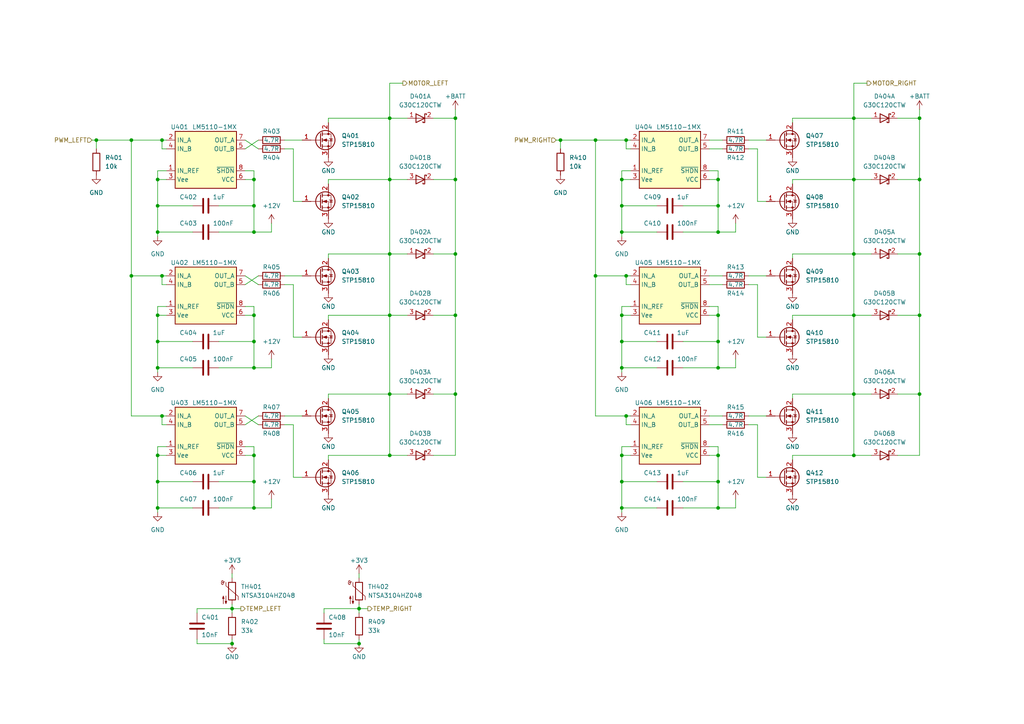
<source format=kicad_sch>
(kicad_sch (version 20210621) (generator eeschema)
  (paper "A4")
  (lib_symbols
    (symbol "Device:C" (pin_numbers hide) (pin_names (offset 0.254))
      (property "Reference" "C" (at 0.635 2.54 0))
      (property "Value" "C" (at 0.635 -2.54 0))
      (symbol "C_0_1"
        (polyline (pts (xy -2.032 -0.762) (xy 2.032 -0.762)) (stroke (width 0.508)))
        (polyline (pts (xy -2.032 0.762) (xy 2.032 0.762)) (stroke (width 0.508)))
      )
      (symbol "C_1_1"
        (pin passive line (at 0 3.81 270) (length 2.794) (name "~") (number "1"))
        (pin passive line (at 0 -3.81 90) (length 2.794) (name "~") (number "2"))
      )
    )
    (symbol "Device:R" (pin_numbers hide) (pin_names (offset 0))
      (property "Reference" "R" (at 2.032 0 90))
      (property "Value" "R" (at 0 0 90))
      (symbol "R_0_1"
        (rectangle (start -1.016 -2.54) (end 1.016 2.54) (stroke (width 0.254)))
      )
      (symbol "R_1_1"
        (pin passive line (at 0 3.81 270) (length 1.27) (name "~") (number "1"))
        (pin passive line (at 0 -3.81 90) (length 1.27) (name "~") (number "2"))
      )
    )
    (symbol "Device:Thermistor_NTC" (pin_numbers hide) (pin_names (offset 0))
      (property "Reference" "TH" (at -4.445 0 90))
      (property "Value" "Thermistor_NTC" (at 3.175 0 90))
      (symbol "Thermistor_NTC_0_1"
        (arc (start -3.048 2.159) (end -3.175 2.413) (radius (at -3.2004 2.2352) (length 0.1778) (angles -26.5 81.8)))
        (arc (start -3.048 2.159) (end -2.794 1.905) (radius (at -2.794 2.159) (length 0.254) (angles 180 -90)))
        (arc (start -2.794 1.905) (end -2.54 2.159) (radius (at -2.794 2.159) (length 0.254) (angles -90 0)))
        (arc (start -2.54 2.794) (end -2.794 3.048) (radius (at -2.794 2.794) (length 0.254) (angles 0 90)))
        (arc (start -2.794 3.048) (end -3.048 2.794) (radius (at -2.794 2.794) (length 0.254) (angles 90 180)))
        (arc (start -3.048 2.794) (end -2.794 2.54) (radius (at -2.794 2.794) (length 0.254) (angles 180 -90)))
        (arc (start -2.794 2.54) (end -2.159 2.794) (radius (at -2.6416 3.0226) (length 0.508) (angles -107.5 -25.3)))
        (rectangle (start -1.016 2.54) (end 1.016 -2.54) (stroke (width 0.254)))
        (polyline (pts (xy -2.54 2.159) (xy -2.54 2.794)))
        (polyline (pts (xy -1.778 2.54) (xy -1.778 1.524) (xy 1.778 -1.524) (xy 1.778 -2.54)))
        (polyline (pts (xy -2.54 -3.683) (xy -2.54 -1.397) (xy -2.794 -2.159) (xy -2.286 -2.159) (xy -2.54 -1.397) (xy -2.54 -1.651)) (fill (type outline)))
        (polyline (pts (xy -1.778 -1.397) (xy -1.778 -3.683) (xy -2.032 -2.921) (xy -1.524 -2.921) (xy -1.778 -3.683) (xy -1.778 -3.429)) (fill (type outline)))
      )
      (symbol "Thermistor_NTC_1_1"
        (pin passive line (at 0 3.81 270) (length 1.27) (name "~") (number "1"))
        (pin passive line (at 0 -3.81 90) (length 1.27) (name "~") (number "2"))
      )
    )
    (symbol "GozLib:G30C120CTW" (pin_names (offset 0.762) hide)
      (property "Reference" "D" (at 0 2.54 0))
      (property "Value" "G30C120CTW" (at 0 -2.54 0))
      (symbol "G30C120CTW_0_1"
        (polyline (pts (xy -1.27 1.27) (xy 1.27 0) (xy -1.27 -1.27) (xy -1.27 1.27) (xy -1.27 1.27) (xy -1.27 1.27)) (stroke (width 0.254)))
        (polyline (pts (xy 1.778 1.016) (xy 1.778 1.27) (xy 1.27 1.27) (xy 1.27 -1.27) (xy 0.762 -1.27) (xy 0.762 -1.016)) (stroke (width 0.254)))
      )
      (symbol "G30C120CTW_1_1"
        (polyline (pts (xy 1.27 0) (xy -1.27 0)))
        (pin passive line (at -3.81 0 0) (length 2.54) (name "A") (number "1"))
        (pin passive line (at 3.81 0 180) (length 2.54) (name "K") (number "2"))
      )
      (symbol "G30C120CTW_2_0"
        (polyline (pts (xy 1.27 0) (xy -1.27 0)))
      )
      (symbol "G30C120CTW_2_1"
        (pin passive line (at 3.81 0 180) (length 2.54) (name "K") (number "2"))
        (pin passive line (at -3.81 0 0) (length 2.54) (name "K") (number "3"))
      )
    )
    (symbol "GozLib:LM5110-1MX"
      (property "Reference" "U" (at -10.16 10.16 0))
      (property "Value" "LM5110-1MX" (at 2.54 10.16 0))
      (symbol "LM5110-1MX_0_1"
        (rectangle (start -8.89 8.89) (end 8.89 -7.62) (stroke (width 0.254)) (fill (type background)))
      )
      (symbol "LM5110-1MX_1_1"
        (pin power_in line (at -11.43 -2.54 0) (length 2.54) (name "IN_REF") (number "1"))
        (pin input line (at -11.43 6.35 0) (length 2.54) (name "IN_A") (number "2"))
        (pin input line (at -11.43 -5.08 0) (length 2.54) (name "Vee") (number "3"))
        (pin input line (at -11.43 3.81 0) (length 2.54) (name "IN_B") (number "4"))
        (pin output line (at 11.43 3.81 180) (length 2.54) (name "OUT_B") (number "5"))
        (pin power_in line (at 11.43 -5.08 180) (length 2.54) (name "VCC") (number "6"))
        (pin output line (at 11.43 6.35 180) (length 2.54) (name "OUT_A") (number "7"))
        (pin input line (at 11.43 -2.54 180) (length 2.54) (name "~{SHDN}") (number "8"))
      )
    )
    (symbol "GozLib:STP15810" (pin_names hide)
      (property "Reference" "Q" (at 6.35 1.905 0))
      (property "Value" "STP15810" (at 6.35 0 0))
      (symbol "STP15810_0_1"
        (circle (center 1.651 0) (radius 2.794) (stroke (width 0.254)))
        (circle (center 2.54 -1.778) (radius 0.254) (fill (type outline)))
        (circle (center 2.54 1.778) (radius 0.254) (fill (type outline)))
        (polyline (pts (xy 0.254 0) (xy -2.54 0)))
        (polyline (pts (xy 0.254 1.905) (xy 0.254 -1.905)) (stroke (width 0.254)))
        (polyline (pts (xy 0.762 -1.27) (xy 0.762 -2.286)) (stroke (width 0.254)))
        (polyline (pts (xy 0.762 0.508) (xy 0.762 -0.508)) (stroke (width 0.254)))
        (polyline (pts (xy 0.762 2.286) (xy 0.762 1.27)) (stroke (width 0.254)))
        (polyline (pts (xy 2.54 2.54) (xy 2.54 1.778)))
        (polyline (pts (xy 2.54 -2.54) (xy 2.54 0) (xy 0.762 0)))
        (polyline (pts (xy 0.762 -1.778) (xy 3.302 -1.778) (xy 3.302 1.778) (xy 0.762 1.778)))
        (polyline (pts (xy 2.794 0.508) (xy 2.921 0.381) (xy 3.683 0.381) (xy 3.81 0.254)))
        (polyline (pts (xy 3.302 0.381) (xy 2.921 -0.254) (xy 3.683 -0.254) (xy 3.302 0.381)))
        (polyline (pts (xy 1.016 0) (xy 2.032 0.381) (xy 2.032 -0.381) (xy 1.016 0)) (fill (type outline)))
      )
      (symbol "STP15810_1_1"
        (pin input line (at -5.08 0 0) (length 2.54) (name "G") (number "1"))
        (pin passive line (at 2.54 5.08 270) (length 2.54) (name "D") (number "2"))
        (pin passive line (at 2.54 -5.08 90) (length 2.54) (name "S") (number "3"))
      )
    )
    (symbol "power:+12V" (power) (pin_names (offset 0))
      (property "Value" "+12V" (at 0 3.556 0))
      (symbol "+12V_0_1"
        (polyline (pts (xy -0.762 1.27) (xy 0 2.54)))
        (polyline (pts (xy 0 0) (xy 0 2.54)))
        (polyline (pts (xy 0 2.54) (xy 0.762 1.27)))
      )
      (symbol "+12V_1_1"
        (pin power_in line (at 0 0 90) (length 0) hide (name "+12V") (number "1"))
      )
    )
    (symbol "power:+3V3" (power) (pin_names (offset 0))
      (property "Value" "+3V3" (at 0 3.556 0))
      (symbol "+3V3_0_1"
        (polyline (pts (xy -0.762 1.27) (xy 0 2.54)))
        (polyline (pts (xy 0 0) (xy 0 2.54)))
        (polyline (pts (xy 0 2.54) (xy 0.762 1.27)))
      )
      (symbol "+3V3_1_1"
        (pin power_in line (at 0 0 90) (length 0) hide (name "+3V3") (number "1"))
      )
    )
    (symbol "power:+BATT" (power) (pin_names (offset 0))
      (property "Value" "+BATT" (at 0 3.556 0))
      (symbol "+BATT_0_1"
        (polyline (pts (xy -0.762 1.27) (xy 0 2.54)))
        (polyline (pts (xy 0 0) (xy 0 2.54)))
        (polyline (pts (xy 0 2.54) (xy 0.762 1.27)))
      )
      (symbol "+BATT_1_1"
        (pin power_in line (at 0 0 90) (length 0) hide (name "+BATT") (number "1"))
      )
    )
    (symbol "power:GND" (power) (pin_names (offset 0))
      (property "Value" "GND" (at 0 -3.81 0))
      (symbol "GND_0_1"
        (polyline (pts (xy 0 0) (xy 0 -1.27) (xy 1.27 -1.27) (xy 0 -2.54) (xy -1.27 -1.27) (xy 0 -1.27)))
      )
      (symbol "GND_1_1"
        (pin power_in line (at 0 0 270) (length 0) hide (name "GND") (number "1"))
      )
    )
  )
  (junction (at 27.94 40.64) (diameter 0.9144))
  (junction (at 38.1 40.64) (diameter 0.9144))
  (junction (at 38.1 80.01) (diameter 0.9144))
  (junction (at 45.72 52.07) (diameter 0.9144))
  (junction (at 45.72 59.69) (diameter 0.9144))
  (junction (at 45.72 67.31) (diameter 0.9144))
  (junction (at 45.72 91.44) (diameter 0.9144))
  (junction (at 45.72 99.06) (diameter 0.9144))
  (junction (at 45.72 106.68) (diameter 0.9144))
  (junction (at 45.72 132.08) (diameter 0.9144))
  (junction (at 45.72 139.7) (diameter 0.9144))
  (junction (at 45.72 147.32) (diameter 0.9144))
  (junction (at 46.99 40.64) (diameter 0.9144))
  (junction (at 46.99 80.01) (diameter 0.9144))
  (junction (at 46.99 120.65) (diameter 0.9144))
  (junction (at 67.31 176.53) (diameter 0.9144))
  (junction (at 67.31 186.69) (diameter 0.9144))
  (junction (at 73.66 52.07) (diameter 0.9144))
  (junction (at 73.66 59.69) (diameter 0.9144))
  (junction (at 73.66 67.31) (diameter 0.9144))
  (junction (at 73.66 91.44) (diameter 0.9144))
  (junction (at 73.66 99.06) (diameter 0.9144))
  (junction (at 73.66 106.68) (diameter 0.9144))
  (junction (at 73.66 132.08) (diameter 0.9144))
  (junction (at 73.66 139.7) (diameter 0.9144))
  (junction (at 73.66 147.32) (diameter 0.9144))
  (junction (at 104.14 176.53) (diameter 0.9144))
  (junction (at 104.14 186.69) (diameter 0.9144))
  (junction (at 113.03 34.29) (diameter 0.9144))
  (junction (at 113.03 52.07) (diameter 0.9144))
  (junction (at 113.03 73.66) (diameter 0.9144))
  (junction (at 113.03 91.44) (diameter 0.9144))
  (junction (at 113.03 114.3) (diameter 0.9144))
  (junction (at 113.03 132.08) (diameter 0.9144))
  (junction (at 132.08 34.29) (diameter 0.9144))
  (junction (at 132.08 52.07) (diameter 0.9144))
  (junction (at 132.08 73.66) (diameter 0.9144))
  (junction (at 132.08 91.44) (diameter 0.9144))
  (junction (at 132.08 114.3) (diameter 0.9144))
  (junction (at 162.56 40.64) (diameter 0.9144))
  (junction (at 172.72 40.64) (diameter 0.9144))
  (junction (at 172.72 80.01) (diameter 0.9144))
  (junction (at 180.34 52.07) (diameter 0.9144))
  (junction (at 180.34 59.69) (diameter 0.9144))
  (junction (at 180.34 67.31) (diameter 0.9144))
  (junction (at 180.34 91.44) (diameter 0.9144))
  (junction (at 180.34 99.06) (diameter 0.9144))
  (junction (at 180.34 106.68) (diameter 0.9144))
  (junction (at 180.34 132.08) (diameter 0.9144))
  (junction (at 180.34 139.7) (diameter 0.9144))
  (junction (at 180.34 147.32) (diameter 0.9144))
  (junction (at 181.61 40.64) (diameter 0.9144))
  (junction (at 181.61 80.01) (diameter 0.9144))
  (junction (at 181.61 120.65) (diameter 0.9144))
  (junction (at 208.28 52.07) (diameter 0.9144))
  (junction (at 208.28 59.69) (diameter 0.9144))
  (junction (at 208.28 67.31) (diameter 0.9144))
  (junction (at 208.28 91.44) (diameter 0.9144))
  (junction (at 208.28 99.06) (diameter 0.9144))
  (junction (at 208.28 106.68) (diameter 0.9144))
  (junction (at 208.28 132.08) (diameter 0.9144))
  (junction (at 208.28 139.7) (diameter 0.9144))
  (junction (at 208.28 147.32) (diameter 0.9144))
  (junction (at 247.65 34.29) (diameter 0.9144))
  (junction (at 247.65 52.07) (diameter 0.9144))
  (junction (at 247.65 73.66) (diameter 0.9144))
  (junction (at 247.65 91.44) (diameter 0.9144))
  (junction (at 247.65 114.3) (diameter 0.9144))
  (junction (at 247.65 132.08) (diameter 0.9144))
  (junction (at 266.7 34.29) (diameter 0.9144))
  (junction (at 266.7 52.07) (diameter 0.9144))
  (junction (at 266.7 73.66) (diameter 0.9144))
  (junction (at 266.7 91.44) (diameter 0.9144))
  (junction (at 266.7 114.3) (diameter 0.9144))
  (wire (pts (xy 26.67 40.64) (xy 27.94 40.64)))
  (wire (pts (xy 27.94 40.64) (xy 27.94 43.18)))
  (wire (pts (xy 27.94 40.64) (xy 38.1 40.64)))
  (wire (pts (xy 38.1 40.64) (xy 46.99 40.64)))
  (wire (pts (xy 38.1 80.01) (xy 38.1 40.64)))
  (wire (pts (xy 38.1 120.65) (xy 38.1 80.01)))
  (wire (pts (xy 45.72 49.53) (xy 45.72 52.07)))
  (wire (pts (xy 45.72 52.07) (xy 45.72 59.69)))
  (wire (pts (xy 45.72 59.69) (xy 45.72 67.31)))
  (wire (pts (xy 45.72 59.69) (xy 55.88 59.69)))
  (wire (pts (xy 45.72 67.31) (xy 45.72 68.58)))
  (wire (pts (xy 45.72 67.31) (xy 55.88 67.31)))
  (wire (pts (xy 45.72 88.9) (xy 45.72 91.44)))
  (wire (pts (xy 45.72 91.44) (xy 45.72 99.06)))
  (wire (pts (xy 45.72 99.06) (xy 45.72 106.68)))
  (wire (pts (xy 45.72 99.06) (xy 55.88 99.06)))
  (wire (pts (xy 45.72 106.68) (xy 45.72 107.95)))
  (wire (pts (xy 45.72 106.68) (xy 55.88 106.68)))
  (wire (pts (xy 45.72 129.54) (xy 45.72 132.08)))
  (wire (pts (xy 45.72 132.08) (xy 45.72 139.7)))
  (wire (pts (xy 45.72 139.7) (xy 45.72 147.32)))
  (wire (pts (xy 45.72 139.7) (xy 55.88 139.7)))
  (wire (pts (xy 45.72 147.32) (xy 45.72 148.59)))
  (wire (pts (xy 45.72 147.32) (xy 55.88 147.32)))
  (wire (pts (xy 46.99 40.64) (xy 48.26 40.64)))
  (wire (pts (xy 46.99 43.18) (xy 46.99 40.64)))
  (wire (pts (xy 46.99 80.01) (xy 38.1 80.01)))
  (wire (pts (xy 46.99 80.01) (xy 48.26 80.01)))
  (wire (pts (xy 46.99 82.55) (xy 46.99 80.01)))
  (wire (pts (xy 46.99 120.65) (xy 38.1 120.65)))
  (wire (pts (xy 46.99 120.65) (xy 48.26 120.65)))
  (wire (pts (xy 46.99 123.19) (xy 46.99 120.65)))
  (wire (pts (xy 48.26 43.18) (xy 46.99 43.18)))
  (wire (pts (xy 48.26 49.53) (xy 45.72 49.53)))
  (wire (pts (xy 48.26 52.07) (xy 45.72 52.07)))
  (wire (pts (xy 48.26 82.55) (xy 46.99 82.55)))
  (wire (pts (xy 48.26 88.9) (xy 45.72 88.9)))
  (wire (pts (xy 48.26 91.44) (xy 45.72 91.44)))
  (wire (pts (xy 48.26 123.19) (xy 46.99 123.19)))
  (wire (pts (xy 48.26 129.54) (xy 45.72 129.54)))
  (wire (pts (xy 48.26 132.08) (xy 45.72 132.08)))
  (wire (pts (xy 57.15 176.53) (xy 57.15 177.8)))
  (wire (pts (xy 57.15 176.53) (xy 67.31 176.53)))
  (wire (pts (xy 57.15 185.42) (xy 57.15 186.69)))
  (wire (pts (xy 57.15 186.69) (xy 67.31 186.69)))
  (wire (pts (xy 63.5 59.69) (xy 73.66 59.69)))
  (wire (pts (xy 63.5 67.31) (xy 73.66 67.31)))
  (wire (pts (xy 63.5 99.06) (xy 73.66 99.06)))
  (wire (pts (xy 63.5 106.68) (xy 73.66 106.68)))
  (wire (pts (xy 63.5 139.7) (xy 73.66 139.7)))
  (wire (pts (xy 63.5 147.32) (xy 73.66 147.32)))
  (wire (pts (xy 67.31 166.37) (xy 67.31 167.64)))
  (wire (pts (xy 67.31 175.26) (xy 67.31 176.53)))
  (wire (pts (xy 67.31 176.53) (xy 67.31 177.8)))
  (wire (pts (xy 67.31 176.53) (xy 69.85 176.53)))
  (wire (pts (xy 67.31 185.42) (xy 67.31 186.69)))
  (wire (pts (xy 71.12 40.64) (xy 74.93 43.18)))
  (wire (pts (xy 71.12 43.18) (xy 74.93 40.64)))
  (wire (pts (xy 71.12 49.53) (xy 73.66 49.53)))
  (wire (pts (xy 71.12 52.07) (xy 73.66 52.07)))
  (wire (pts (xy 71.12 80.01) (xy 74.93 82.55)))
  (wire (pts (xy 71.12 82.55) (xy 74.93 80.01)))
  (wire (pts (xy 71.12 88.9) (xy 73.66 88.9)))
  (wire (pts (xy 71.12 91.44) (xy 73.66 91.44)))
  (wire (pts (xy 71.12 120.65) (xy 74.93 123.19)))
  (wire (pts (xy 71.12 123.19) (xy 74.93 120.65)))
  (wire (pts (xy 71.12 129.54) (xy 73.66 129.54)))
  (wire (pts (xy 71.12 132.08) (xy 73.66 132.08)))
  (wire (pts (xy 73.66 49.53) (xy 73.66 52.07)))
  (wire (pts (xy 73.66 52.07) (xy 73.66 59.69)))
  (wire (pts (xy 73.66 59.69) (xy 73.66 67.31)))
  (wire (pts (xy 73.66 67.31) (xy 78.74 67.31)))
  (wire (pts (xy 73.66 88.9) (xy 73.66 91.44)))
  (wire (pts (xy 73.66 91.44) (xy 73.66 99.06)))
  (wire (pts (xy 73.66 99.06) (xy 73.66 106.68)))
  (wire (pts (xy 73.66 106.68) (xy 78.74 106.68)))
  (wire (pts (xy 73.66 129.54) (xy 73.66 132.08)))
  (wire (pts (xy 73.66 132.08) (xy 73.66 139.7)))
  (wire (pts (xy 73.66 139.7) (xy 73.66 147.32)))
  (wire (pts (xy 73.66 147.32) (xy 78.74 147.32)))
  (wire (pts (xy 78.74 67.31) (xy 78.74 64.77)))
  (wire (pts (xy 78.74 106.68) (xy 78.74 104.14)))
  (wire (pts (xy 78.74 147.32) (xy 78.74 144.78)))
  (wire (pts (xy 82.55 40.64) (xy 87.63 40.64)))
  (wire (pts (xy 82.55 43.18) (xy 85.09 43.18)))
  (wire (pts (xy 82.55 80.01) (xy 87.63 80.01)))
  (wire (pts (xy 82.55 82.55) (xy 85.09 82.55)))
  (wire (pts (xy 82.55 120.65) (xy 87.63 120.65)))
  (wire (pts (xy 82.55 123.19) (xy 85.09 123.19)))
  (wire (pts (xy 85.09 43.18) (xy 85.09 58.42)))
  (wire (pts (xy 85.09 58.42) (xy 87.63 58.42)))
  (wire (pts (xy 85.09 82.55) (xy 85.09 97.79)))
  (wire (pts (xy 85.09 97.79) (xy 87.63 97.79)))
  (wire (pts (xy 85.09 123.19) (xy 85.09 138.43)))
  (wire (pts (xy 85.09 138.43) (xy 87.63 138.43)))
  (wire (pts (xy 93.98 176.53) (xy 104.14 176.53)))
  (wire (pts (xy 93.98 177.8) (xy 93.98 176.53)))
  (wire (pts (xy 93.98 185.42) (xy 93.98 186.69)))
  (wire (pts (xy 93.98 186.69) (xy 104.14 186.69)))
  (wire (pts (xy 95.25 34.29) (xy 113.03 34.29)))
  (wire (pts (xy 95.25 35.56) (xy 95.25 34.29)))
  (wire (pts (xy 95.25 52.07) (xy 113.03 52.07)))
  (wire (pts (xy 95.25 53.34) (xy 95.25 52.07)))
  (wire (pts (xy 95.25 73.66) (xy 113.03 73.66)))
  (wire (pts (xy 95.25 74.93) (xy 95.25 73.66)))
  (wire (pts (xy 95.25 91.44) (xy 113.03 91.44)))
  (wire (pts (xy 95.25 92.71) (xy 95.25 91.44)))
  (wire (pts (xy 95.25 114.3) (xy 113.03 114.3)))
  (wire (pts (xy 95.25 115.57) (xy 95.25 114.3)))
  (wire (pts (xy 95.25 132.08) (xy 113.03 132.08)))
  (wire (pts (xy 95.25 133.35) (xy 95.25 132.08)))
  (wire (pts (xy 104.14 166.37) (xy 104.14 167.64)))
  (wire (pts (xy 104.14 175.26) (xy 104.14 176.53)))
  (wire (pts (xy 104.14 176.53) (xy 104.14 177.8)))
  (wire (pts (xy 104.14 176.53) (xy 106.68 176.53)))
  (wire (pts (xy 104.14 185.42) (xy 104.14 186.69)))
  (wire (pts (xy 113.03 24.13) (xy 113.03 34.29)))
  (wire (pts (xy 113.03 24.13) (xy 116.84 24.13)))
  (wire (pts (xy 113.03 34.29) (xy 113.03 52.07)))
  (wire (pts (xy 113.03 34.29) (xy 118.11 34.29)))
  (wire (pts (xy 113.03 52.07) (xy 113.03 73.66)))
  (wire (pts (xy 113.03 52.07) (xy 118.11 52.07)))
  (wire (pts (xy 113.03 73.66) (xy 113.03 91.44)))
  (wire (pts (xy 113.03 73.66) (xy 118.11 73.66)))
  (wire (pts (xy 113.03 91.44) (xy 113.03 114.3)))
  (wire (pts (xy 113.03 91.44) (xy 118.11 91.44)))
  (wire (pts (xy 113.03 114.3) (xy 113.03 132.08)))
  (wire (pts (xy 113.03 114.3) (xy 118.11 114.3)))
  (wire (pts (xy 113.03 132.08) (xy 118.11 132.08)))
  (wire (pts (xy 125.73 34.29) (xy 132.08 34.29)))
  (wire (pts (xy 125.73 52.07) (xy 132.08 52.07)))
  (wire (pts (xy 125.73 73.66) (xy 132.08 73.66)))
  (wire (pts (xy 125.73 91.44) (xy 132.08 91.44)))
  (wire (pts (xy 125.73 114.3) (xy 132.08 114.3)))
  (wire (pts (xy 125.73 132.08) (xy 132.08 132.08)))
  (wire (pts (xy 132.08 31.75) (xy 132.08 34.29)))
  (wire (pts (xy 132.08 34.29) (xy 132.08 52.07)))
  (wire (pts (xy 132.08 52.07) (xy 132.08 73.66)))
  (wire (pts (xy 132.08 73.66) (xy 132.08 91.44)))
  (wire (pts (xy 132.08 91.44) (xy 132.08 114.3)))
  (wire (pts (xy 132.08 114.3) (xy 132.08 132.08)))
  (wire (pts (xy 161.29 40.64) (xy 162.56 40.64)))
  (wire (pts (xy 162.56 40.64) (xy 162.56 43.18)))
  (wire (pts (xy 162.56 40.64) (xy 172.72 40.64)))
  (wire (pts (xy 172.72 40.64) (xy 181.61 40.64)))
  (wire (pts (xy 172.72 80.01) (xy 172.72 40.64)))
  (wire (pts (xy 172.72 120.65) (xy 172.72 80.01)))
  (wire (pts (xy 180.34 49.53) (xy 180.34 52.07)))
  (wire (pts (xy 180.34 52.07) (xy 180.34 59.69)))
  (wire (pts (xy 180.34 59.69) (xy 180.34 67.31)))
  (wire (pts (xy 180.34 59.69) (xy 190.5 59.69)))
  (wire (pts (xy 180.34 67.31) (xy 180.34 68.58)))
  (wire (pts (xy 180.34 67.31) (xy 190.5 67.31)))
  (wire (pts (xy 180.34 88.9) (xy 180.34 91.44)))
  (wire (pts (xy 180.34 91.44) (xy 180.34 99.06)))
  (wire (pts (xy 180.34 99.06) (xy 180.34 106.68)))
  (wire (pts (xy 180.34 99.06) (xy 190.5 99.06)))
  (wire (pts (xy 180.34 106.68) (xy 180.34 107.95)))
  (wire (pts (xy 180.34 106.68) (xy 190.5 106.68)))
  (wire (pts (xy 180.34 129.54) (xy 180.34 132.08)))
  (wire (pts (xy 180.34 132.08) (xy 180.34 139.7)))
  (wire (pts (xy 180.34 139.7) (xy 180.34 147.32)))
  (wire (pts (xy 180.34 139.7) (xy 190.5 139.7)))
  (wire (pts (xy 180.34 147.32) (xy 180.34 148.59)))
  (wire (pts (xy 180.34 147.32) (xy 190.5 147.32)))
  (wire (pts (xy 181.61 40.64) (xy 182.88 40.64)))
  (wire (pts (xy 181.61 43.18) (xy 181.61 40.64)))
  (wire (pts (xy 181.61 80.01) (xy 172.72 80.01)))
  (wire (pts (xy 181.61 80.01) (xy 182.88 80.01)))
  (wire (pts (xy 181.61 82.55) (xy 181.61 80.01)))
  (wire (pts (xy 181.61 120.65) (xy 172.72 120.65)))
  (wire (pts (xy 181.61 120.65) (xy 182.88 120.65)))
  (wire (pts (xy 181.61 123.19) (xy 181.61 120.65)))
  (wire (pts (xy 182.88 43.18) (xy 181.61 43.18)))
  (wire (pts (xy 182.88 49.53) (xy 180.34 49.53)))
  (wire (pts (xy 182.88 52.07) (xy 180.34 52.07)))
  (wire (pts (xy 182.88 82.55) (xy 181.61 82.55)))
  (wire (pts (xy 182.88 88.9) (xy 180.34 88.9)))
  (wire (pts (xy 182.88 91.44) (xy 180.34 91.44)))
  (wire (pts (xy 182.88 123.19) (xy 181.61 123.19)))
  (wire (pts (xy 182.88 129.54) (xy 180.34 129.54)))
  (wire (pts (xy 182.88 132.08) (xy 180.34 132.08)))
  (wire (pts (xy 198.12 59.69) (xy 208.28 59.69)))
  (wire (pts (xy 198.12 67.31) (xy 208.28 67.31)))
  (wire (pts (xy 198.12 99.06) (xy 208.28 99.06)))
  (wire (pts (xy 198.12 106.68) (xy 208.28 106.68)))
  (wire (pts (xy 198.12 139.7) (xy 208.28 139.7)))
  (wire (pts (xy 198.12 147.32) (xy 208.28 147.32)))
  (wire (pts (xy 205.74 40.64) (xy 209.55 40.64)))
  (wire (pts (xy 205.74 43.18) (xy 209.55 43.18)))
  (wire (pts (xy 205.74 49.53) (xy 208.28 49.53)))
  (wire (pts (xy 205.74 52.07) (xy 208.28 52.07)))
  (wire (pts (xy 205.74 80.01) (xy 209.55 80.01)))
  (wire (pts (xy 205.74 82.55) (xy 209.55 82.55)))
  (wire (pts (xy 205.74 88.9) (xy 208.28 88.9)))
  (wire (pts (xy 205.74 91.44) (xy 208.28 91.44)))
  (wire (pts (xy 205.74 120.65) (xy 209.55 120.65)))
  (wire (pts (xy 205.74 123.19) (xy 209.55 123.19)))
  (wire (pts (xy 205.74 129.54) (xy 208.28 129.54)))
  (wire (pts (xy 205.74 132.08) (xy 208.28 132.08)))
  (wire (pts (xy 208.28 49.53) (xy 208.28 52.07)))
  (wire (pts (xy 208.28 52.07) (xy 208.28 59.69)))
  (wire (pts (xy 208.28 59.69) (xy 208.28 67.31)))
  (wire (pts (xy 208.28 67.31) (xy 213.36 67.31)))
  (wire (pts (xy 208.28 88.9) (xy 208.28 91.44)))
  (wire (pts (xy 208.28 91.44) (xy 208.28 99.06)))
  (wire (pts (xy 208.28 99.06) (xy 208.28 106.68)))
  (wire (pts (xy 208.28 106.68) (xy 213.36 106.68)))
  (wire (pts (xy 208.28 129.54) (xy 208.28 132.08)))
  (wire (pts (xy 208.28 132.08) (xy 208.28 139.7)))
  (wire (pts (xy 208.28 139.7) (xy 208.28 147.32)))
  (wire (pts (xy 208.28 147.32) (xy 213.36 147.32)))
  (wire (pts (xy 213.36 67.31) (xy 213.36 64.77)))
  (wire (pts (xy 213.36 106.68) (xy 213.36 104.14)))
  (wire (pts (xy 213.36 147.32) (xy 213.36 144.78)))
  (wire (pts (xy 217.17 40.64) (xy 222.25 40.64)))
  (wire (pts (xy 217.17 43.18) (xy 219.71 43.18)))
  (wire (pts (xy 217.17 80.01) (xy 222.25 80.01)))
  (wire (pts (xy 217.17 82.55) (xy 219.71 82.55)))
  (wire (pts (xy 217.17 120.65) (xy 222.25 120.65)))
  (wire (pts (xy 217.17 123.19) (xy 219.71 123.19)))
  (wire (pts (xy 219.71 43.18) (xy 219.71 58.42)))
  (wire (pts (xy 219.71 58.42) (xy 222.25 58.42)))
  (wire (pts (xy 219.71 82.55) (xy 219.71 97.79)))
  (wire (pts (xy 219.71 97.79) (xy 222.25 97.79)))
  (wire (pts (xy 219.71 123.19) (xy 219.71 138.43)))
  (wire (pts (xy 219.71 138.43) (xy 222.25 138.43)))
  (wire (pts (xy 229.87 34.29) (xy 247.65 34.29)))
  (wire (pts (xy 229.87 35.56) (xy 229.87 34.29)))
  (wire (pts (xy 229.87 52.07) (xy 247.65 52.07)))
  (wire (pts (xy 229.87 53.34) (xy 229.87 52.07)))
  (wire (pts (xy 229.87 73.66) (xy 247.65 73.66)))
  (wire (pts (xy 229.87 74.93) (xy 229.87 73.66)))
  (wire (pts (xy 229.87 91.44) (xy 247.65 91.44)))
  (wire (pts (xy 229.87 92.71) (xy 229.87 91.44)))
  (wire (pts (xy 229.87 114.3) (xy 247.65 114.3)))
  (wire (pts (xy 229.87 115.57) (xy 229.87 114.3)))
  (wire (pts (xy 229.87 132.08) (xy 247.65 132.08)))
  (wire (pts (xy 229.87 133.35) (xy 229.87 132.08)))
  (wire (pts (xy 247.65 24.13) (xy 247.65 34.29)))
  (wire (pts (xy 247.65 24.13) (xy 251.46 24.13)))
  (wire (pts (xy 247.65 34.29) (xy 247.65 52.07)))
  (wire (pts (xy 247.65 34.29) (xy 252.73 34.29)))
  (wire (pts (xy 247.65 52.07) (xy 247.65 73.66)))
  (wire (pts (xy 247.65 52.07) (xy 252.73 52.07)))
  (wire (pts (xy 247.65 73.66) (xy 247.65 91.44)))
  (wire (pts (xy 247.65 73.66) (xy 252.73 73.66)))
  (wire (pts (xy 247.65 91.44) (xy 247.65 114.3)))
  (wire (pts (xy 247.65 91.44) (xy 252.73 91.44)))
  (wire (pts (xy 247.65 114.3) (xy 247.65 132.08)))
  (wire (pts (xy 247.65 114.3) (xy 252.73 114.3)))
  (wire (pts (xy 247.65 132.08) (xy 252.73 132.08)))
  (wire (pts (xy 260.35 34.29) (xy 266.7 34.29)))
  (wire (pts (xy 260.35 52.07) (xy 266.7 52.07)))
  (wire (pts (xy 260.35 73.66) (xy 266.7 73.66)))
  (wire (pts (xy 260.35 91.44) (xy 266.7 91.44)))
  (wire (pts (xy 260.35 114.3) (xy 266.7 114.3)))
  (wire (pts (xy 260.35 132.08) (xy 266.7 132.08)))
  (wire (pts (xy 266.7 31.75) (xy 266.7 34.29)))
  (wire (pts (xy 266.7 34.29) (xy 266.7 52.07)))
  (wire (pts (xy 266.7 52.07) (xy 266.7 73.66)))
  (wire (pts (xy 266.7 73.66) (xy 266.7 91.44)))
  (wire (pts (xy 266.7 91.44) (xy 266.7 114.3)))
  (wire (pts (xy 266.7 114.3) (xy 266.7 132.08)))
  (hierarchical_label "PWM_LEFT" (shape input) (at 26.67 40.64 180))
  (hierarchical_label "TEMP_LEFT" (shape output) (at 69.85 176.53 0))
  (hierarchical_label "TEMP_RIGHT" (shape output) (at 106.68 176.53 0))
  (hierarchical_label "MOTOR_LEFT" (shape output) (at 116.84 24.13 0))
  (hierarchical_label "PWM_RIGHT" (shape input) (at 161.29 40.64 180))
  (hierarchical_label "MOTOR_RIGHT" (shape output) (at 251.46 24.13 0))
  (symbol (lib_id "power:+3V3") (at 67.31 166.37 0) (unit 1)
    (property "Reference" "#PWR0405" (effects hide))
    (property "Value" "+3V3" (at 67.31 162.56 0))
  )
  (symbol (lib_id "power:+12V") (at 78.74 64.77 0) (unit 1)
    (property "Reference" "#PWR0407" (effects hide))
    (property "Value" "+12V" (at 78.74 59.69 0))
  )
  (symbol (lib_id "power:+12V") (at 78.74 104.14 0) (unit 1)
    (property "Reference" "#PWR0408" (effects hide))
    (property "Value" "+12V" (at 78.74 99.06 0))
  )
  (symbol (lib_id "power:+12V") (at 78.74 144.78 0) (unit 1)
    (property "Reference" "#PWR0409" (effects hide))
    (property "Value" "+12V" (at 78.74 139.7 0))
  )
  (symbol (lib_id "power:+3V3") (at 104.14 166.37 0) (unit 1)
    (property "Reference" "#PWR0416" (effects hide))
    (property "Value" "+3V3" (at 104.14 162.56 0))
  )
  (symbol (lib_id "power:+BATT") (at 132.08 31.75 0) (unit 1)
    (property "Reference" "#PWR0418" (effects hide))
    (property "Value" "+BATT" (at 132.08 27.94 0))
  )
  (symbol (lib_id "power:+12V") (at 213.36 64.77 0) (unit 1)
    (property "Reference" "#PWR0423" (effects hide))
    (property "Value" "+12V" (at 213.36 59.69 0))
  )
  (symbol (lib_id "power:+12V") (at 213.36 104.14 0) (unit 1)
    (property "Reference" "#PWR0424" (effects hide))
    (property "Value" "+12V" (at 213.36 99.06 0))
  )
  (symbol (lib_id "power:+12V") (at 213.36 144.78 0) (unit 1)
    (property "Reference" "#PWR0425" (effects hide))
    (property "Value" "+12V" (at 213.36 139.7 0))
  )
  (symbol (lib_id "power:+BATT") (at 266.7 31.75 0) (unit 1)
    (property "Reference" "#PWR0432" (effects hide))
    (property "Value" "+BATT" (at 266.7 27.94 0))
  )
  (symbol (lib_id "power:GND") (at 27.94 50.8 0) (unit 1)
    (property "Reference" "#PWR0401" (effects hide))
    (property "Value" "GND" (at 27.94 55.88 0))
  )
  (symbol (lib_id "power:GND") (at 45.72 68.58 0) (unit 1)
    (property "Reference" "#PWR0402" (effects hide))
    (property "Value" "GND" (at 45.72 73.66 0))
  )
  (symbol (lib_id "power:GND") (at 45.72 107.95 0) (unit 1)
    (property "Reference" "#PWR0403" (effects hide))
    (property "Value" "GND" (at 45.72 113.03 0))
  )
  (symbol (lib_id "power:GND") (at 45.72 148.59 0) (unit 1)
    (property "Reference" "#PWR0404" (effects hide))
    (property "Value" "GND" (at 45.72 153.67 0))
  )
  (symbol (lib_id "power:GND") (at 67.31 186.69 0) (unit 1)
    (property "Reference" "#PWR0406" (effects hide))
    (property "Value" "GND" (at 67.31 190.5 0))
  )
  (symbol (lib_id "power:GND") (at 95.25 45.72 0) (unit 1)
    (property "Reference" "#PWR0410" (effects hide))
    (property "Value" "GND" (at 95.25 49.53 0))
  )
  (symbol (lib_id "power:GND") (at 95.25 63.5 0) (unit 1)
    (property "Reference" "#PWR0411" (effects hide))
    (property "Value" "GND" (at 95.25 67.31 0))
  )
  (symbol (lib_id "power:GND") (at 95.25 85.09 0) (unit 1)
    (property "Reference" "#PWR0412" (effects hide))
    (property "Value" "GND" (at 95.25 88.9 0))
  )
  (symbol (lib_id "power:GND") (at 95.25 102.87 0) (unit 1)
    (property "Reference" "#PWR0413" (effects hide))
    (property "Value" "GND" (at 95.25 106.68 0))
  )
  (symbol (lib_id "power:GND") (at 95.25 125.73 0) (unit 1)
    (property "Reference" "#PWR0414" (effects hide))
    (property "Value" "GND" (at 95.25 129.54 0))
  )
  (symbol (lib_id "power:GND") (at 95.25 143.51 0) (unit 1)
    (property "Reference" "#PWR0415" (effects hide))
    (property "Value" "GND" (at 95.25 147.32 0))
  )
  (symbol (lib_id "power:GND") (at 104.14 186.69 0) (unit 1)
    (property "Reference" "#PWR0417" (effects hide))
    (property "Value" "GND" (at 104.14 190.5 0))
  )
  (symbol (lib_id "power:GND") (at 162.56 50.8 0) (unit 1)
    (property "Reference" "#PWR0419" (effects hide))
    (property "Value" "GND" (at 162.56 55.88 0))
  )
  (symbol (lib_id "power:GND") (at 180.34 68.58 0) (unit 1)
    (property "Reference" "#PWR0420" (effects hide))
    (property "Value" "GND" (at 180.34 73.66 0))
  )
  (symbol (lib_id "power:GND") (at 180.34 107.95 0) (unit 1)
    (property "Reference" "#PWR0421" (effects hide))
    (property "Value" "GND" (at 180.34 113.03 0))
  )
  (symbol (lib_id "power:GND") (at 180.34 148.59 0) (unit 1)
    (property "Reference" "#PWR0422" (effects hide))
    (property "Value" "GND" (at 180.34 153.67 0))
  )
  (symbol (lib_id "power:GND") (at 229.87 45.72 0) (unit 1)
    (property "Reference" "#PWR0426" (effects hide))
    (property "Value" "GND" (at 229.87 49.53 0))
  )
  (symbol (lib_id "power:GND") (at 229.87 63.5 0) (unit 1)
    (property "Reference" "#PWR0427" (effects hide))
    (property "Value" "GND" (at 229.87 67.31 0))
  )
  (symbol (lib_id "power:GND") (at 229.87 85.09 0) (unit 1)
    (property "Reference" "#PWR0428" (effects hide))
    (property "Value" "GND" (at 229.87 88.9 0))
  )
  (symbol (lib_id "power:GND") (at 229.87 102.87 0) (unit 1)
    (property "Reference" "#PWR0429" (effects hide))
    (property "Value" "GND" (at 229.87 106.68 0))
  )
  (symbol (lib_id "power:GND") (at 229.87 125.73 0) (unit 1)
    (property "Reference" "#PWR0430" (effects hide))
    (property "Value" "GND" (at 229.87 129.54 0))
  )
  (symbol (lib_id "power:GND") (at 229.87 143.51 0) (unit 1)
    (property "Reference" "#PWR0431" (effects hide))
    (property "Value" "GND" (at 229.87 147.32 0))
  )
  (symbol (lib_id "Device:R") (at 27.94 46.99 0) (unit 1)
    (property "Reference" "R401" (at 30.48 45.7199 0) (effects (justify left)))
    (property "Value" "10k" (at 30.48 48.2599 0) (effects (justify left)))
    (property "Footprint" "Resistor_SMD:R_0603_1608Metric_Pad0.98x0.95mm_HandSolder" (effects hide))
  )
  (symbol (lib_id "Device:R") (at 67.31 181.61 0) (unit 1)
    (property "Reference" "R402" (at 69.85 180.3399 0) (effects (justify left)))
    (property "Value" "33k" (at 69.85 182.8799 0) (effects (justify left)))
    (property "Footprint" "Resistor_SMD:R_0603_1608Metric_Pad0.98x0.95mm_HandSolder" (effects hide))
  )
  (symbol (lib_id "Device:R") (at 78.74 40.64 90) (unit 1)
    (property "Reference" "R403" (at 78.74 38.1 90))
    (property "Value" "4.7R" (at 78.74 40.64 90))
    (property "Footprint" "Resistor_SMD:R_0603_1608Metric_Pad0.98x0.95mm_HandSolder" (effects hide))
  )
  (symbol (lib_id "Device:R") (at 78.74 43.18 270) (unit 1)
    (property "Reference" "R404" (at 78.74 45.72 90))
    (property "Value" "4.7R" (at 78.74 43.18 90))
    (property "Footprint" "Resistor_SMD:R_0603_1608Metric_Pad0.98x0.95mm_HandSolder" (effects hide))
  )
  (symbol (lib_id "Device:R") (at 78.74 80.01 90) (unit 1)
    (property "Reference" "R405" (at 78.74 77.47 90))
    (property "Value" "4.7R" (at 78.74 80.01 90))
    (property "Footprint" "Resistor_SMD:R_0603_1608Metric_Pad0.98x0.95mm_HandSolder" (effects hide))
  )
  (symbol (lib_id "Device:R") (at 78.74 82.55 270) (unit 1)
    (property "Reference" "R406" (at 78.74 85.09 90))
    (property "Value" "4.7R" (at 78.74 82.55 90))
    (property "Footprint" "Resistor_SMD:R_0603_1608Metric_Pad0.98x0.95mm_HandSolder" (effects hide))
  )
  (symbol (lib_id "Device:R") (at 78.74 120.65 90) (unit 1)
    (property "Reference" "R407" (at 78.74 118.11 90))
    (property "Value" "4.7R" (at 78.74 120.65 90))
    (property "Footprint" "Resistor_SMD:R_0603_1608Metric_Pad0.98x0.95mm_HandSolder" (effects hide))
  )
  (symbol (lib_id "Device:R") (at 78.74 123.19 270) (unit 1)
    (property "Reference" "R408" (at 78.74 125.73 90))
    (property "Value" "4.7R" (at 78.74 123.19 90))
    (property "Footprint" "Resistor_SMD:R_0603_1608Metric_Pad0.98x0.95mm_HandSolder" (effects hide))
  )
  (symbol (lib_id "Device:R") (at 104.14 181.61 0) (unit 1)
    (property "Reference" "R409" (at 106.68 180.3399 0) (effects (justify left)))
    (property "Value" "33k" (at 106.68 182.8799 0) (effects (justify left)))
    (property "Footprint" "Resistor_SMD:R_0603_1608Metric_Pad0.98x0.95mm_HandSolder" (effects hide))
  )
  (symbol (lib_id "Device:R") (at 162.56 46.99 0) (unit 1)
    (property "Reference" "R410" (at 165.1 45.7199 0) (effects (justify left)))
    (property "Value" "10k" (at 165.1 48.2599 0) (effects (justify left)))
    (property "Footprint" "Resistor_SMD:R_0603_1608Metric_Pad0.98x0.95mm_HandSolder" (effects hide))
  )
  (symbol (lib_id "Device:R") (at 213.36 40.64 90) (unit 1)
    (property "Reference" "R411" (at 213.36 38.1 90))
    (property "Value" "4.7R" (at 213.36 40.64 90))
    (property "Footprint" "Resistor_SMD:R_0603_1608Metric_Pad0.98x0.95mm_HandSolder" (effects hide))
  )
  (symbol (lib_id "Device:R") (at 213.36 43.18 270) (unit 1)
    (property "Reference" "R412" (at 213.36 45.72 90))
    (property "Value" "4.7R" (at 213.36 43.18 90))
    (property "Footprint" "Resistor_SMD:R_0603_1608Metric_Pad0.98x0.95mm_HandSolder" (effects hide))
  )
  (symbol (lib_id "Device:R") (at 213.36 80.01 90) (unit 1)
    (property "Reference" "R413" (at 213.36 77.47 90))
    (property "Value" "4.7R" (at 213.36 80.01 90))
    (property "Footprint" "Resistor_SMD:R_0603_1608Metric_Pad0.98x0.95mm_HandSolder" (effects hide))
  )
  (symbol (lib_id "Device:R") (at 213.36 82.55 270) (unit 1)
    (property "Reference" "R414" (at 213.36 85.09 90))
    (property "Value" "4.7R" (at 213.36 82.55 90))
    (property "Footprint" "Resistor_SMD:R_0603_1608Metric_Pad0.98x0.95mm_HandSolder" (effects hide))
  )
  (symbol (lib_id "Device:R") (at 213.36 120.65 90) (unit 1)
    (property "Reference" "R415" (at 213.36 118.11 90))
    (property "Value" "4.7R" (at 213.36 120.65 90))
    (property "Footprint" "Resistor_SMD:R_0603_1608Metric_Pad0.98x0.95mm_HandSolder" (effects hide))
  )
  (symbol (lib_id "Device:R") (at 213.36 123.19 270) (unit 1)
    (property "Reference" "R416" (at 213.36 125.73 90))
    (property "Value" "4.7R" (at 213.36 123.19 90))
    (property "Footprint" "Resistor_SMD:R_0603_1608Metric_Pad0.98x0.95mm_HandSolder" (effects hide))
  )
  (symbol (lib_id "GozLib:G30C120CTW") (at 121.92 34.29 0) (unit 1)
    (property "Reference" "D401" (at 121.92 27.94 0))
    (property "Value" "G30C120CTW" (at 121.92 30.48 0))
    (property "Footprint" "Package_TO_SOT_THT:TO-220-3_Vertical" (effects hide))
    (property "Datasheet" "https://datasheet.lcsc.com/lcsc/1912111437_LITEON-G30C120CTW_C266528.pdf" (effects hide))
  )
  (symbol (lib_id "GozLib:G30C120CTW") (at 121.92 52.07 0) (unit 2)
    (property "Reference" "D401" (at 121.92 45.72 0))
    (property "Value" "G30C120CTW" (at 121.92 48.26 0))
    (property "Footprint" "Package_TO_SOT_THT:TO-220-3_Vertical" (effects hide))
    (property "Datasheet" "https://datasheet.lcsc.com/lcsc/1912111437_LITEON-G30C120CTW_C266528.pdf" (effects hide))
  )
  (symbol (lib_id "GozLib:G30C120CTW") (at 121.92 73.66 0) (unit 1)
    (property "Reference" "D402" (at 121.92 67.31 0))
    (property "Value" "G30C120CTW" (at 121.92 69.85 0))
    (property "Footprint" "Package_TO_SOT_THT:TO-220-3_Vertical" (effects hide))
    (property "Datasheet" "https://datasheet.lcsc.com/lcsc/1912111437_LITEON-G30C120CTW_C266528.pdf" (effects hide))
  )
  (symbol (lib_id "GozLib:G30C120CTW") (at 121.92 91.44 0) (unit 2)
    (property "Reference" "D402" (at 121.92 85.09 0))
    (property "Value" "G30C120CTW" (at 121.92 87.63 0))
    (property "Footprint" "Package_TO_SOT_THT:TO-220-3_Vertical" (effects hide))
    (property "Datasheet" "https://datasheet.lcsc.com/lcsc/1912111437_LITEON-G30C120CTW_C266528.pdf" (effects hide))
  )
  (symbol (lib_id "GozLib:G30C120CTW") (at 121.92 114.3 0) (unit 1)
    (property "Reference" "D403" (at 121.92 107.95 0))
    (property "Value" "G30C120CTW" (at 121.92 110.49 0))
    (property "Footprint" "Package_TO_SOT_THT:TO-220-3_Vertical" (effects hide))
    (property "Datasheet" "https://datasheet.lcsc.com/lcsc/1912111437_LITEON-G30C120CTW_C266528.pdf" (effects hide))
  )
  (symbol (lib_id "GozLib:G30C120CTW") (at 121.92 132.08 0) (unit 2)
    (property "Reference" "D403" (at 121.92 125.73 0))
    (property "Value" "G30C120CTW" (at 121.92 128.27 0))
    (property "Footprint" "Package_TO_SOT_THT:TO-220-3_Vertical" (effects hide))
    (property "Datasheet" "https://datasheet.lcsc.com/lcsc/1912111437_LITEON-G30C120CTW_C266528.pdf" (effects hide))
  )
  (symbol (lib_id "GozLib:G30C120CTW") (at 256.54 34.29 0) (unit 1)
    (property "Reference" "D404" (at 256.54 27.94 0))
    (property "Value" "G30C120CTW" (at 256.54 30.48 0))
    (property "Footprint" "Package_TO_SOT_THT:TO-220-3_Vertical" (effects hide))
    (property "Datasheet" "https://datasheet.lcsc.com/lcsc/1912111437_LITEON-G30C120CTW_C266528.pdf" (effects hide))
  )
  (symbol (lib_id "GozLib:G30C120CTW") (at 256.54 52.07 0) (unit 2)
    (property "Reference" "D404" (at 256.54 45.72 0))
    (property "Value" "G30C120CTW" (at 256.54 48.26 0))
    (property "Footprint" "Package_TO_SOT_THT:TO-220-3_Vertical" (effects hide))
    (property "Datasheet" "https://datasheet.lcsc.com/lcsc/1912111437_LITEON-G30C120CTW_C266528.pdf" (effects hide))
  )
  (symbol (lib_id "GozLib:G30C120CTW") (at 256.54 73.66 0) (unit 1)
    (property "Reference" "D405" (at 256.54 67.31 0))
    (property "Value" "G30C120CTW" (at 256.54 69.85 0))
    (property "Footprint" "Package_TO_SOT_THT:TO-220-3_Vertical" (effects hide))
    (property "Datasheet" "https://datasheet.lcsc.com/lcsc/1912111437_LITEON-G30C120CTW_C266528.pdf" (effects hide))
  )
  (symbol (lib_id "GozLib:G30C120CTW") (at 256.54 91.44 0) (unit 2)
    (property "Reference" "D405" (at 256.54 85.09 0))
    (property "Value" "G30C120CTW" (at 256.54 87.63 0))
    (property "Footprint" "Package_TO_SOT_THT:TO-220-3_Vertical" (effects hide))
    (property "Datasheet" "https://datasheet.lcsc.com/lcsc/1912111437_LITEON-G30C120CTW_C266528.pdf" (effects hide))
  )
  (symbol (lib_id "GozLib:G30C120CTW") (at 256.54 114.3 0) (unit 1)
    (property "Reference" "D406" (at 256.54 107.95 0))
    (property "Value" "G30C120CTW" (at 256.54 110.49 0))
    (property "Footprint" "Package_TO_SOT_THT:TO-220-3_Vertical" (effects hide))
    (property "Datasheet" "https://datasheet.lcsc.com/lcsc/1912111437_LITEON-G30C120CTW_C266528.pdf" (effects hide))
  )
  (symbol (lib_id "GozLib:G30C120CTW") (at 256.54 132.08 0) (unit 2)
    (property "Reference" "D406" (at 256.54 125.73 0))
    (property "Value" "G30C120CTW" (at 256.54 128.27 0))
    (property "Footprint" "Package_TO_SOT_THT:TO-220-3_Vertical" (effects hide))
    (property "Datasheet" "https://datasheet.lcsc.com/lcsc/1912111437_LITEON-G30C120CTW_C266528.pdf" (effects hide))
  )
  (symbol (lib_id "Device:C") (at 57.15 181.61 0) (unit 1)
    (property "Reference" "C401" (at 58.42 179.0699 0) (effects (justify left)))
    (property "Value" "10nF" (at 58.42 184.1499 0) (effects (justify left)))
    (property "Footprint" "Capacitor_SMD:C_0603_1608Metric_Pad1.08x0.95mm_HandSolder" (effects hide))
  )
  (symbol (lib_id "Device:C") (at 59.69 59.69 90) (unit 1)
    (property "Reference" "C402" (at 54.61 57.15 90))
    (property "Value" "1uF" (at 63.5 57.15 90))
    (property "Footprint" "Capacitor_SMD:C_0603_1608Metric_Pad1.08x0.95mm_HandSolder" (effects hide))
  )
  (symbol (lib_id "Device:C") (at 59.69 67.31 90) (unit 1)
    (property "Reference" "C403" (at 54.61 64.77 90))
    (property "Value" "100nF" (at 64.77 64.77 90))
    (property "Footprint" "Capacitor_SMD:C_0603_1608Metric_Pad1.08x0.95mm_HandSolder" (effects hide))
  )
  (symbol (lib_id "Device:C") (at 59.69 99.06 90) (unit 1)
    (property "Reference" "C404" (at 54.61 96.52 90))
    (property "Value" "1uF" (at 63.5 96.52 90))
    (property "Footprint" "Capacitor_SMD:C_0603_1608Metric_Pad1.08x0.95mm_HandSolder" (effects hide))
  )
  (symbol (lib_id "Device:C") (at 59.69 106.68 90) (unit 1)
    (property "Reference" "C405" (at 54.61 104.14 90))
    (property "Value" "100nF" (at 64.77 104.14 90))
    (property "Footprint" "Capacitor_SMD:C_0603_1608Metric_Pad1.08x0.95mm_HandSolder" (effects hide))
  )
  (symbol (lib_id "Device:C") (at 59.69 139.7 90) (unit 1)
    (property "Reference" "C406" (at 54.61 137.16 90))
    (property "Value" "1uF" (at 63.5 137.16 90))
    (property "Footprint" "Capacitor_SMD:C_0603_1608Metric_Pad1.08x0.95mm_HandSolder" (effects hide))
  )
  (symbol (lib_id "Device:C") (at 59.69 147.32 90) (unit 1)
    (property "Reference" "C407" (at 54.61 144.78 90))
    (property "Value" "100nF" (at 64.77 144.78 90))
    (property "Footprint" "Capacitor_SMD:C_0603_1608Metric_Pad1.08x0.95mm_HandSolder" (effects hide))
  )
  (symbol (lib_id "Device:C") (at 93.98 181.61 0) (unit 1)
    (property "Reference" "C408" (at 95.25 179.0699 0) (effects (justify left)))
    (property "Value" "10nF" (at 95.25 184.1499 0) (effects (justify left)))
    (property "Footprint" "Capacitor_SMD:C_0603_1608Metric_Pad1.08x0.95mm_HandSolder" (effects hide))
  )
  (symbol (lib_id "Device:C") (at 194.31 59.69 90) (unit 1)
    (property "Reference" "C409" (at 189.23 57.15 90))
    (property "Value" "1uF" (at 198.12 57.15 90))
    (property "Footprint" "Capacitor_SMD:C_0603_1608Metric_Pad1.08x0.95mm_HandSolder" (effects hide))
  )
  (symbol (lib_id "Device:C") (at 194.31 67.31 90) (unit 1)
    (property "Reference" "C410" (at 189.23 64.77 90))
    (property "Value" "100nF" (at 199.39 64.77 90))
    (property "Footprint" "Capacitor_SMD:C_0603_1608Metric_Pad1.08x0.95mm_HandSolder" (effects hide))
  )
  (symbol (lib_id "Device:C") (at 194.31 99.06 90) (unit 1)
    (property "Reference" "C411" (at 189.23 96.52 90))
    (property "Value" "1uF" (at 198.12 96.52 90))
    (property "Footprint" "Capacitor_SMD:C_0603_1608Metric_Pad1.08x0.95mm_HandSolder" (effects hide))
  )
  (symbol (lib_id "Device:C") (at 194.31 106.68 90) (unit 1)
    (property "Reference" "C412" (at 189.23 104.14 90))
    (property "Value" "100nF" (at 199.39 104.14 90))
    (property "Footprint" "Capacitor_SMD:C_0603_1608Metric_Pad1.08x0.95mm_HandSolder" (effects hide))
  )
  (symbol (lib_id "Device:C") (at 194.31 139.7 90) (unit 1)
    (property "Reference" "C413" (at 189.23 137.16 90))
    (property "Value" "1uF" (at 198.12 137.16 90))
    (property "Footprint" "Capacitor_SMD:C_0603_1608Metric_Pad1.08x0.95mm_HandSolder" (effects hide))
  )
  (symbol (lib_id "Device:C") (at 194.31 147.32 90) (unit 1)
    (property "Reference" "C414" (at 189.23 144.78 90))
    (property "Value" "100nF" (at 199.39 144.78 90))
    (property "Footprint" "Capacitor_SMD:C_0603_1608Metric_Pad1.08x0.95mm_HandSolder" (effects hide))
  )
  (symbol (lib_id "Device:Thermistor_NTC") (at 67.31 171.45 0) (unit 1)
    (property "Reference" "TH401" (at 69.85 170.1799 0) (effects (justify left)))
    (property "Value" "NTSA3104HZ048" (at 69.85 172.7199 0) (effects (justify left)))
    (property "Footprint" "Resistor_THT:R_Axial_DIN0309_L9.0mm_D3.2mm_P2.54mm_Vertical" (effects hide))
  )
  (symbol (lib_id "Device:Thermistor_NTC") (at 104.14 171.45 0) (unit 1)
    (property "Reference" "TH402" (at 106.68 170.1799 0) (effects (justify left)))
    (property "Value" "NTSA3104HZ048" (at 106.68 172.7199 0) (effects (justify left)))
    (property "Footprint" "Resistor_THT:R_Axial_DIN0309_L9.0mm_D3.2mm_P2.54mm_Vertical" (effects hide))
  )
  (symbol (lib_id "GozLib:STP15810") (at 92.71 40.64 0) (unit 1)
    (property "Reference" "Q401" (at 99.06 39.3699 0) (effects (justify left)))
    (property "Value" "STP15810" (at 99.06 41.9099 0) (effects (justify left)))
    (property "Footprint" "Package_TO_SOT_THT:TO-220-3_Vertical" (effects hide))
    (property "Datasheet" "https://datasheet.lcsc.com/lcsc/1810010809_STMicroelectronics-STP15810_C126123.pdf" (effects hide))
  )
  (symbol (lib_id "GozLib:STP15810") (at 92.71 58.42 0) (unit 1)
    (property "Reference" "Q402" (at 99.06 57.1499 0) (effects (justify left)))
    (property "Value" "STP15810" (at 99.06 59.6899 0) (effects (justify left)))
    (property "Footprint" "Package_TO_SOT_THT:TO-220-3_Vertical" (effects hide))
    (property "Datasheet" "https://datasheet.lcsc.com/lcsc/1810010809_STMicroelectronics-STP15810_C126123.pdf" (effects hide))
  )
  (symbol (lib_id "GozLib:STP15810") (at 92.71 80.01 0) (unit 1)
    (property "Reference" "Q403" (at 99.06 78.7399 0) (effects (justify left)))
    (property "Value" "STP15810" (at 99.06 81.2799 0) (effects (justify left)))
    (property "Footprint" "Package_TO_SOT_THT:TO-220-3_Vertical" (effects hide))
    (property "Datasheet" "https://datasheet.lcsc.com/lcsc/1810010809_STMicroelectronics-STP15810_C126123.pdf" (effects hide))
  )
  (symbol (lib_id "GozLib:STP15810") (at 92.71 97.79 0) (unit 1)
    (property "Reference" "Q404" (at 99.06 96.5199 0) (effects (justify left)))
    (property "Value" "STP15810" (at 99.06 99.0599 0) (effects (justify left)))
    (property "Footprint" "Package_TO_SOT_THT:TO-220-3_Vertical" (effects hide))
    (property "Datasheet" "https://datasheet.lcsc.com/lcsc/1810010809_STMicroelectronics-STP15810_C126123.pdf" (effects hide))
  )
  (symbol (lib_id "GozLib:STP15810") (at 92.71 120.65 0) (unit 1)
    (property "Reference" "Q405" (at 99.06 119.3799 0) (effects (justify left)))
    (property "Value" "STP15810" (at 99.06 121.9199 0) (effects (justify left)))
    (property "Footprint" "Package_TO_SOT_THT:TO-220-3_Vertical" (effects hide))
    (property "Datasheet" "https://datasheet.lcsc.com/lcsc/1810010809_STMicroelectronics-STP15810_C126123.pdf" (effects hide))
  )
  (symbol (lib_id "GozLib:STP15810") (at 92.71 138.43 0) (unit 1)
    (property "Reference" "Q406" (at 99.06 137.1599 0) (effects (justify left)))
    (property "Value" "STP15810" (at 99.06 139.6999 0) (effects (justify left)))
    (property "Footprint" "Package_TO_SOT_THT:TO-220-3_Vertical" (effects hide))
    (property "Datasheet" "https://datasheet.lcsc.com/lcsc/1810010809_STMicroelectronics-STP15810_C126123.pdf" (effects hide))
  )
  (symbol (lib_id "GozLib:STP15810") (at 227.33 40.64 0) (unit 1)
    (property "Reference" "Q407" (at 233.68 39.3699 0) (effects (justify left)))
    (property "Value" "STP15810" (at 233.68 41.9099 0) (effects (justify left)))
    (property "Footprint" "Package_TO_SOT_THT:TO-220-3_Vertical" (effects hide))
    (property "Datasheet" "https://datasheet.lcsc.com/lcsc/1810010809_STMicroelectronics-STP15810_C126123.pdf" (effects hide))
  )
  (symbol (lib_id "GozLib:STP15810") (at 227.33 58.42 0) (unit 1)
    (property "Reference" "Q408" (at 233.68 57.1499 0) (effects (justify left)))
    (property "Value" "STP15810" (at 233.68 59.6899 0) (effects (justify left)))
    (property "Footprint" "Package_TO_SOT_THT:TO-220-3_Vertical" (effects hide))
    (property "Datasheet" "https://datasheet.lcsc.com/lcsc/1810010809_STMicroelectronics-STP15810_C126123.pdf" (effects hide))
  )
  (symbol (lib_id "GozLib:STP15810") (at 227.33 80.01 0) (unit 1)
    (property "Reference" "Q409" (at 233.68 78.7399 0) (effects (justify left)))
    (property "Value" "STP15810" (at 233.68 81.2799 0) (effects (justify left)))
    (property "Footprint" "Package_TO_SOT_THT:TO-220-3_Vertical" (effects hide))
    (property "Datasheet" "https://datasheet.lcsc.com/lcsc/1810010809_STMicroelectronics-STP15810_C126123.pdf" (effects hide))
  )
  (symbol (lib_id "GozLib:STP15810") (at 227.33 97.79 0) (unit 1)
    (property "Reference" "Q410" (at 233.68 96.5199 0) (effects (justify left)))
    (property "Value" "STP15810" (at 233.68 99.0599 0) (effects (justify left)))
    (property "Footprint" "Package_TO_SOT_THT:TO-220-3_Vertical" (effects hide))
    (property "Datasheet" "https://datasheet.lcsc.com/lcsc/1810010809_STMicroelectronics-STP15810_C126123.pdf" (effects hide))
  )
  (symbol (lib_id "GozLib:STP15810") (at 227.33 120.65 0) (unit 1)
    (property "Reference" "Q411" (at 233.68 119.3799 0) (effects (justify left)))
    (property "Value" "STP15810" (at 233.68 121.9199 0) (effects (justify left)))
    (property "Footprint" "Package_TO_SOT_THT:TO-220-3_Vertical" (effects hide))
    (property "Datasheet" "https://datasheet.lcsc.com/lcsc/1810010809_STMicroelectronics-STP15810_C126123.pdf" (effects hide))
  )
  (symbol (lib_id "GozLib:STP15810") (at 227.33 138.43 0) (unit 1)
    (property "Reference" "Q412" (at 233.68 137.1599 0) (effects (justify left)))
    (property "Value" "STP15810" (at 233.68 139.6999 0) (effects (justify left)))
    (property "Footprint" "Package_TO_SOT_THT:TO-220-3_Vertical" (effects hide))
    (property "Datasheet" "https://datasheet.lcsc.com/lcsc/1810010809_STMicroelectronics-STP15810_C126123.pdf" (effects hide))
  )
  (symbol (lib_id "GozLib:LM5110-1MX") (at 59.69 46.99 0) (unit 1)
    (property "Reference" "U401" (at 52.07 36.83 0))
    (property "Value" "LM5110-1MX" (at 62.23 36.83 0))
    (property "Footprint" "Package_SO:SOIC-8_3.9x4.9mm_P1.27mm" (effects hide))
    (property "Datasheet" "https://www.ti.com/lit/ds/symlink/lm5110.pdf" (effects hide))
  )
  (symbol (lib_id "GozLib:LM5110-1MX") (at 59.69 86.36 0) (unit 1)
    (property "Reference" "U402" (at 52.07 76.2 0))
    (property "Value" "LM5110-1MX" (at 62.23 76.2 0))
    (property "Footprint" "Package_SO:SOIC-8_3.9x4.9mm_P1.27mm" (effects hide))
    (property "Datasheet" "https://www.ti.com/lit/ds/symlink/lm5110.pdf" (effects hide))
  )
  (symbol (lib_id "GozLib:LM5110-1MX") (at 59.69 127 0) (unit 1)
    (property "Reference" "U403" (at 52.07 116.84 0))
    (property "Value" "LM5110-1MX" (at 62.23 116.84 0))
    (property "Footprint" "Package_SO:SOIC-8_3.9x4.9mm_P1.27mm" (effects hide))
    (property "Datasheet" "https://www.ti.com/lit/ds/symlink/lm5110.pdf" (effects hide))
  )
  (symbol (lib_id "GozLib:LM5110-1MX") (at 194.31 46.99 0) (unit 1)
    (property "Reference" "U404" (at 186.69 36.83 0))
    (property "Value" "LM5110-1MX" (at 196.85 36.83 0))
    (property "Footprint" "Package_SO:SOIC-8_3.9x4.9mm_P1.27mm" (effects hide))
    (property "Datasheet" "https://www.ti.com/lit/ds/symlink/lm5110.pdf" (effects hide))
  )
  (symbol (lib_id "GozLib:LM5110-1MX") (at 194.31 86.36 0) (unit 1)
    (property "Reference" "U405" (at 186.69 76.2 0))
    (property "Value" "LM5110-1MX" (at 196.85 76.2 0))
    (property "Footprint" "Package_SO:SOIC-8_3.9x4.9mm_P1.27mm" (effects hide))
    (property "Datasheet" "https://www.ti.com/lit/ds/symlink/lm5110.pdf" (effects hide))
  )
  (symbol (lib_id "GozLib:LM5110-1MX") (at 194.31 127 0) (unit 1)
    (property "Reference" "U406" (at 186.69 116.84 0))
    (property "Value" "LM5110-1MX" (at 196.85 116.84 0))
    (property "Footprint" "Package_SO:SOIC-8_3.9x4.9mm_P1.27mm" (effects hide))
    (property "Datasheet" "https://www.ti.com/lit/ds/symlink/lm5110.pdf" (effects hide))
  )
)
</source>
